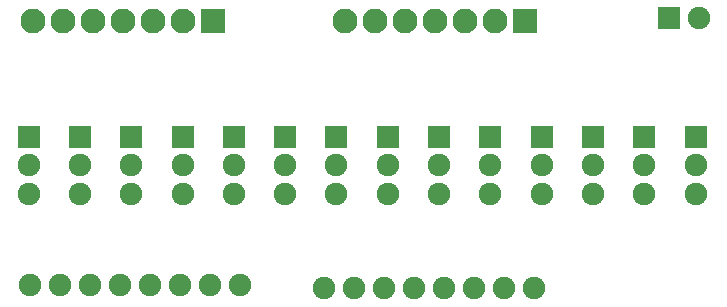
<source format=gbs>
G04 Layer: BottomSolderMaskLayer*
G04 EasyEDA Pro v2.2.35.2, 2025-01-23 15:21:27*
G04 Gerber Generator version 0.3*
G04 Scale: 100 percent, Rotated: No, Reflected: No*
G04 Dimensions in millimeters*
G04 Leading zeros omitted, absolute positions, 4 integers and 5 decimals*
%FSLAX45Y45*%
%MOMM*%
%AMRoundRect*1,1,$1,$2,$3*1,1,$1,$4,$5*1,1,$1,0-$2,0-$3*1,1,$1,0-$4,0-$5*20,1,$1,$2,$3,$4,$5,0*20,1,$1,$4,$5,0-$2,0-$3,0*20,1,$1,0-$2,0-$3,0-$4,0-$5,0*20,1,$1,0-$4,0-$5,$2,$3,0*4,1,4,$2,$3,$4,$5,0-$2,0-$3,0-$4,0-$5,$2,$3,0*%
%ADD10RoundRect,0.09649X-0.91061X0.91061X0.91061X0.91061*%
%ADD11C,1.9177*%
%ADD12C,2.1016*%
%ADD13RoundRect,0.09691X1.00234X-1.00234X-1.00234X-1.00234*%
%ADD14C,1.90002*%
%ADD15C,1.9016*%
%ADD16RoundRect,0.09645X-0.90257X0.90257X0.90257X0.90257*%
G75*


G04 Pad Start*
G54D10*
G01X1980409Y-877570D03*
G54D11*
G01X1980409Y-1116330D03*
G01X1980409Y-1357630D03*
G54D10*
G01X1546008Y-877570D03*
G54D11*
G01X1546008Y-1116330D03*
G01X1546008Y-1357630D03*
G54D10*
G01X1111607Y-877570D03*
G54D11*
G01X1111607Y-1116330D03*
G01X1111607Y-1357630D03*
G54D10*
G01X677206Y-877570D03*
G54D11*
G01X677206Y-1116330D03*
G01X677206Y-1357630D03*
G54D10*
G01X242805Y-877570D03*
G54D11*
G01X242805Y-1116330D03*
G01X242805Y-1357630D03*
G54D10*
G01X2849211Y-877570D03*
G54D11*
G01X2849211Y-1116330D03*
G01X2849211Y-1357630D03*
G54D10*
G01X2414810Y-877570D03*
G54D11*
G01X2414810Y-1116330D03*
G01X2414810Y-1357630D03*
G54D10*
G01X5021216Y-877570D03*
G54D11*
G01X5021216Y-1116330D03*
G01X5021216Y-1357630D03*
G54D10*
G01X4586815Y-877570D03*
G54D11*
G01X4586815Y-1116330D03*
G01X4586815Y-1357630D03*
G54D10*
G01X4152414Y-877570D03*
G54D11*
G01X4152414Y-1116330D03*
G01X4152414Y-1357630D03*
G54D10*
G01X3718013Y-877570D03*
G54D11*
G01X3718013Y-1116330D03*
G01X3718013Y-1357630D03*
G54D10*
G01X3283612Y-877570D03*
G54D11*
G01X3283612Y-1116330D03*
G01X3283612Y-1357630D03*
G54D10*
G01X5890018Y-877570D03*
G54D11*
G01X5890018Y-1116330D03*
G01X5890018Y-1357630D03*
G54D10*
G01X5455617Y-877570D03*
G54D11*
G01X5455617Y-1116330D03*
G01X5455617Y-1357630D03*
G54D12*
G01X279400Y101600D03*
G01X533400Y101600D03*
G01X787400Y101600D03*
G01X1041400Y101600D03*
G01X1295400Y101600D03*
G01X1549400Y101600D03*
G54D13*
G01X1803400Y101600D03*
G54D12*
G01X2921000Y101600D03*
G01X3175000Y101600D03*
G01X3429000Y101600D03*
G01X3683000Y101600D03*
G01X3937000Y101600D03*
G01X4191000Y101600D03*
G54D13*
G01X4445000Y101600D03*
G54D14*
G01X254000Y-2133600D03*
G01X508000Y-2133600D03*
G01X762000Y-2133600D03*
G01X1016000Y-2133600D03*
G01X1270000Y-2133600D03*
G01X1524000Y-2133600D03*
G01X1778000Y-2133600D03*
G01X2032000Y-2133600D03*
G01X2743200Y-2159000D03*
G01X2997200Y-2159000D03*
G01X3251200Y-2159000D03*
G01X3505200Y-2159000D03*
G01X3759200Y-2159000D03*
G01X4013200Y-2159000D03*
G01X4267200Y-2159000D03*
G01X4521200Y-2159000D03*
G54D15*
G01X5918200Y127000D03*
G54D16*
G01X5664200Y127000D03*
G04 Pad End*

M02*


</source>
